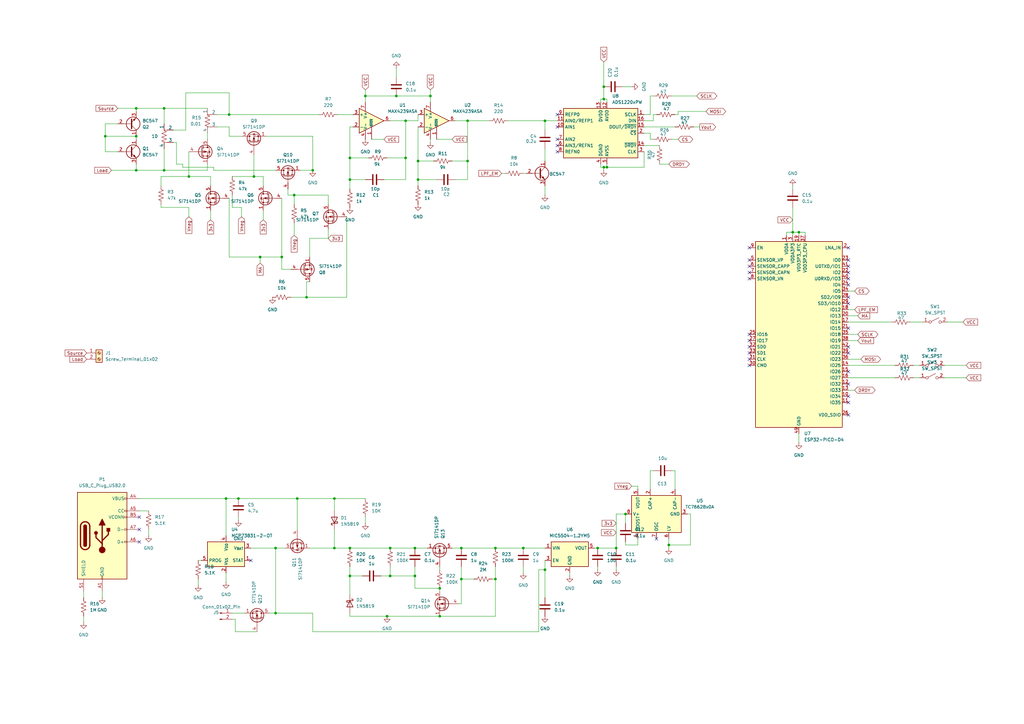
<source format=kicad_sch>
(kicad_sch (version 20250114) (generator "eeschema") (generator_version "9.0")
  (paper "A3")
  (lib_symbols
    (symbol "Amplifier_Operational:MAX4239ASA" (pin_names (offset 0.127))
      (property "Reference" "U" (at 0 6.35 0))
      (property "Value" "MAX4239ASA" (at 0 3.81 0))
      (symbol "MAX4239ASA_1_1"
        (pin input line (at -7.62 2.54 0) (length 2.54) (name "+") (number "3"))
        (pin input line (at -7.62 -2.54 0) (length 2.54) (name "-") (number "2"))
        (pin power_in line (at -2.54 7.62 270) (length 3.81) (name "V+") (number "7"))
        (pin power_in line (at -2.54 -7.62 90) (length 3.81) (name "V-") (number "4"))
        (pin no_connect line (at 0 2.54 270) (length 2.54) (hide yes) (name "NC") (number "8"))
        (pin no_connect line (at 0 -2.54 90) (length 2.54) (hide yes) (name "NC") (number "5"))
        (pin input line (at 0 -7.62 90) (length 5.08) (name "~{SHDN}") (number "1"))
        (pin output line (at 7.62 0 180) (length 2.54) (name "~") (number "6"))
      )
    )
    (symbol "Analog_ADC:ADS1220xPW"
      (property "Reference" "U" (at -15.24 11.43 0))
      (property "Value" "ADS1220xPW" (at 6.35 11.43 0))
      (symbol "ADS1220xPW_1_1"
        (pin input line (at -17.78 7.62 0) (length 2.54) (name "REFP0") (number "9"))
        (pin input line (at -17.78 5.08 0) (length 2.54) (name "AIN0/REFP1") (number "11"))
        (pin input line (at -17.78 2.54 0) (length 2.54) (name "AIN1") (number "10"))
        (pin input line (at -17.78 -2.54 0) (length 2.54) (name "AIN2") (number "7"))
        (pin input line (at -17.78 -5.08 0) (length 2.54) (name "AIN3/REFN1") (number "6"))
        (pin input line (at -17.78 -7.62 0) (length 2.54) (name "REFN0") (number "8"))
        (pin power_in line (at 0 12.7 270) (length 2.54) (name "DVDD") (number "13"))
        (pin power_in line (at 0 -12.7 90) (length 2.54) (name "DGND") (number "4"))
        (pin power_in line (at 2.54 12.7 270) (length 2.54) (name "AVDD") (number "12"))
        (pin power_in line (at 2.54 -12.7 90) (length 2.54) (name "AVSS") (number "5"))
        (pin input line (at 17.78 7.62 180) (length 2.54) (name "SCLK") (number "1"))
        (pin input line (at 17.78 5.08 180) (length 2.54) (name "DIN") (number "16"))
        (pin output line (at 17.78 2.54 180) (length 2.54) (name "DOUT/~{DRDY}") (number "15"))
        (pin input line (at 17.78 0 180) (length 2.54) (name "~{CS}") (number "2"))
        (pin output line (at 17.78 -5.08 180) (length 2.54) (name "~{DRDY}") (number "14"))
        (pin input line (at 17.78 -7.62 180) (length 2.54) (name "CLK") (number "3"))
      )
    )
    (symbol "Battery_Management:MCP73831-2-OT"
      (property "Reference" "U" (at -7.62 6.35 0))
      (property "Value" "MCP73831-2-OT" (at 1.27 6.35 0))
      (symbol "MCP73831-2-OT_1_1"
        (pin input line (at -10.16 -2.54 0) (length 2.54) (name "PROG") (number "5"))
        (pin power_in line (at 0 7.62 270) (length 2.54) (name "V_{DD}") (number "4"))
        (pin power_in line (at 0 -7.62 90) (length 2.54) (name "V_{SS}") (number "2"))
        (pin power_out line (at 10.16 2.54 180) (length 2.54) (name "V_{BAT}") (number "3"))
        (pin tri_state line (at 10.16 -2.54 180) (length 2.54) (name "STAT") (number "1"))
      )
    )
    (symbol "Connector:Conn_01x02_Pin" (pin_names (offset 1.016) (hide yes))
      (property "Reference" "J" (at 0 2.54 0))
      (property "Value" "Conn_01x02_Pin" (at 0 -5.08 0))
      (symbol "Conn_01x02_Pin_1_1"
        (pin passive line (at 5.08 0 180) (length 3.81) (name "Pin_1") (number "1"))
        (pin passive line (at 5.08 -2.54 180) (length 3.81) (name "Pin_2") (number "2"))
      )
    )
    (symbol "Connector:Screw_Terminal_01x02" (pin_names (offset 1.016) (hide yes))
      (property "Reference" "J" (at 0 2.54 0))
      (property "Value" "Screw_Terminal_01x02" (at 0 -5.08 0))
      (symbol "Screw_Terminal_01x02_1_1"
        (pin passive line (at -5.08 0 0) (length 3.81) (name "Pin_1") (number "1"))
        (pin passive line (at -5.08 -2.54 0) (length 3.81) (name "Pin_2") (number "2"))
      )
    )
    (symbol "Connector:USB_C_Plug_USB2.0" (pin_names (offset 1.016))
      (property "Reference" "P" (at -10.16 19.05 0))
      (property "Value" "USB_C_Plug_USB2.0" (at 12.7 19.05 0))
      (symbol "USB_C_Plug_USB2.0_1_1"
        (pin passive line (at -7.62 -22.86 90) (length 5.08) (name "SHIELD") (number "S1"))
        (pin passive line (at 0 -22.86 90) (length 5.08) (name "GND") (number "A1"))
        (pin passive line (at 0 -22.86 90) (length 5.08) (hide yes) (name "GND") (number "A12"))
        (pin passive line (at 0 -22.86 90) (length 5.08) (hide yes) (name "GND") (number "B1"))
        (pin passive line (at 0 -22.86 90) (length 5.08) (hide yes) (name "GND") (number "B12"))
        (pin passive line (at 15.24 15.24 180) (length 5.08) (name "VBUS") (number "A4"))
        (pin passive line (at 15.24 15.24 180) (length 5.08) (hide yes) (name "VBUS") (number "A9"))
        (pin passive line (at 15.24 15.24 180) (length 5.08) (hide yes) (name "VBUS") (number "B4"))
        (pin passive line (at 15.24 15.24 180) (length 5.08) (hide yes) (name "VBUS") (number "B9"))
        (pin bidirectional line (at 15.24 10.16 180) (length 5.08) (name "CC") (number "A5"))
        (pin bidirectional line (at 15.24 7.62 180) (length 5.08) (name "VCONN") (number "B5"))
        (pin bidirectional line (at 15.24 2.54 180) (length 5.08) (name "D-") (number "A7"))
        (pin bidirectional line (at 15.24 -2.54 180) (length 5.08) (name "D+") (number "A6"))
      )
    )
    (symbol "Converter_DCDC:TC7662Bx0A"
      (property "Reference" "U" (at -6.35 11.43 0))
      (property "Value" "TC7662Bx0A" (at 7.62 11.43 0))
      (symbol "TC7662Bx0A_1_1"
        (pin input line (at -10.16 7.62 0) (length 2.54) (name "BOOST") (number "1"))
        (pin passive line (at -10.16 0 0) (length 2.54) (name "OSC") (number "7"))
        (pin input line (at -10.16 -5.08 0) (length 2.54) (name "LV") (number "6"))
        (pin power_in line (at 0 12.7 270) (length 2.54) (name "V+") (number "8"))
        (pin power_in line (at 0 -12.7 90) (length 2.54) (name "GND") (number "3"))
        (pin power_out line (at 10.16 7.62 180) (length 2.54) (name "VOUT") (number "5"))
        (pin passive line (at 10.16 2.54 180) (length 2.54) (name "CAP+") (number "2"))
        (pin passive line (at 10.16 -7.62 180) (length 2.54) (name "CAP-") (number "4"))
      )
    )
    (symbol "Device:C" (pin_numbers (hide yes)) (pin_names (offset 0.254))
      (property "Reference" "C" (at 0.635 2.54 0))
      (property "Value" "C" (at 0.635 -2.54 0))
      (symbol "C_1_1"
        (pin passive line (at 0 3.81 270) (length 2.794) (name "~") (number "1"))
        (pin passive line (at 0 -3.81 90) (length 2.794) (name "~") (number "2"))
      )
    )
    (symbol "Device:R_Shunt_US" (pin_numbers (hide yes)) (pin_names (offset 0))
      (property "Reference" "R" (at -5.08 0 90))
      (property "Value" "R_Shunt_US" (at -3.048 0 90))
      (symbol "R_Shunt_US_1_1"
        (pin passive line (at 0 5.08 270) (length 2.54) (name "1") (number "1"))
        (pin passive line (at 0 -5.08 90) (length 2.54) (name "4") (number "4"))
        (pin passive line (at 3.81 2.54 180) (length 2.54) (name "2") (number "2"))
        (pin passive line (at 3.81 -2.54 180) (length 2.54) (name "3") (number "3"))
      )
    )
    (symbol "Device:R_US" (pin_numbers (hide yes)) (pin_names (offset 0))
      (property "Reference" "R" (at 2.54 0 90))
      (property "Value" "R_US" (at -2.54 0 90))
      (symbol "R_US_1_1"
        (pin passive line (at 0 3.81 270) (length 1.27) (name "~") (number "1"))
        (pin passive line (at 0 -3.81 90) (length 1.27) (name "~") (number "2"))
      )
    )
    (symbol "Diode:1N5819" (pin_numbers (hide yes)) (pin_names (offset 1.016) (hide yes))
      (property "Reference" "D" (at 0 2.54 0))
      (property "Value" "1N5819" (at 0 -2.54 0))
      (symbol "1N5819_1_1"
        (pin passive line (at -3.81 0 0) (length 2.54) (name "K") (number "1"))
        (pin passive line (at 3.81 0 180) (length 2.54) (name "A") (number "2"))
      )
    )
    (symbol "MCU_Espressif:ESP32-PICO-D4"
      (property "Reference" "U" (at -17.78 39.37 0))
      (property "Value" "ESP32-PICO-D4" (at 3.81 39.37 0))
      (symbol "ESP32-PICO-D4_0_0"
        (pin input line (at -20.32 35.56 0) (length 2.54) (name "EN") (number "9"))
        (pin input line (at -20.32 30.48 0) (length 2.54) (name "SENSOR_VP") (number "5"))
        (pin input line (at -20.32 27.94 0) (length 2.54) (name "SENSOR_CAPP") (number "6"))
        (pin input line (at -20.32 25.4 0) (length 2.54) (name "SENSOR_CAPN") (number "7"))
        (pin input line (at -20.32 22.86 0) (length 2.54) (name "SENSOR_VN") (number "8"))
        (pin bidirectional line (at -20.32 0 0) (length 2.54) (name "IO16") (number "25"))
        (pin bidirectional line (at -20.32 -2.54 0) (length 2.54) (name "IO17") (number "27"))
        (pin bidirectional line (at -20.32 -5.08 0) (length 2.54) (name "SD0") (number "32"))
        (pin bidirectional line (at -20.32 -7.62 0) (length 2.54) (name "SD1") (number "33"))
        (pin bidirectional line (at -20.32 -10.16 0) (length 2.54) (name "CLK") (number "31"))
        (pin bidirectional line (at -20.32 -12.7 0) (length 2.54) (name "CMD") (number "30"))
        (pin no_connect line (at -17.78 -25.4 0) (length 2.54) (hide yes) (name "XTAL_N_NC") (number "44"))
        (pin no_connect line (at -17.78 -27.94 0) (length 2.54) (hide yes) (name "XTAL_P_NC") (number "45"))
        (pin no_connect line (at -17.78 -30.48 0) (length 2.54) (hide yes) (name "CAP2_NC") (number "47"))
        (pin no_connect line (at -17.78 -33.02 0) (length 2.54) (hide yes) (name "CAP1_NC") (number "48"))
        (pin power_in line (at -5.08 40.64 270) (length 2.54) (name "VDDA") (number "1"))
        (pin passive line (at -5.08 40.64 270) (length 2.54) (hide yes) (name "VDDA") (number "43"))
        (pin passive line (at -5.08 40.64 270) (length 2.54) (hide yes) (name "VDDA") (number "46"))
        (pin power_in line (at -2.54 40.64 270) (length 2.54) (name "VDDA3P3") (number "3"))
        (pin passive line (at -2.54 40.64 270) (length 2.54) (hide yes) (name "VDDA3P3") (number "4"))
        (pin power_in line (at 0 40.64 270) (length 2.54) (name "VDD3P3_RTC") (number "19"))
        (pin power_in line (at 0 -40.64 90) (length 2.54) (name "GND") (number "49"))
        (pin power_in line (at 2.54 40.64 270) (length 2.54) (name "VDD3P3_CPU") (number "37"))
        (pin bidirectional line (at 20.32 35.56 180) (length 2.54) (name "LNA_IN") (number "2"))
        (pin bidirectional line (at 20.32 30.48 180) (length 2.54) (name "IO0") (number "23"))
        (pin bidirectional line (at 20.32 27.94 180) (length 2.54) (name "U0TXD/IO1") (number "41"))
        (pin bidirectional line (at 20.32 25.4 180) (length 2.54) (name "IO2") (number "22"))
        (pin bidirectional line (at 20.32 22.86 180) (length 2.54) (name "U0RXD/IO3") (number "40"))
        (pin bidirectional line (at 20.32 20.32 180) (length 2.54) (name "IO4") (number "24"))
        (pin bidirectional line (at 20.32 17.78 180) (length 2.54) (name "IO5") (number "34"))
        (pin bidirectional line (at 20.32 15.24 180) (length 2.54) (name "SD2/IO9") (number "28"))
        (pin bidirectional line (at 20.32 12.7 180) (length 2.54) (name "SD3/IO10") (number "29"))
        (pin bidirectional line (at 20.32 10.16 180) (length 2.54) (name "IO12") (number "18"))
        (pin bidirectional line (at 20.32 7.62 180) (length 2.54) (name "IO13") (number "20"))
        (pin bidirectional line (at 20.32 5.08 180) (length 2.54) (name "IO14") (number "17"))
        (pin bidirectional line (at 20.32 2.54 180) (length 2.54) (name "IO15") (number "21"))
        (pin bidirectional line (at 20.32 0 180) (length 2.54) (name "IO18") (number "35"))
        (pin bidirectional line (at 20.32 -2.54 180) (length 2.54) (name "IO19") (number "38"))
        (pin bidirectional line (at 20.32 -5.08 180) (length 2.54) (name "IO21") (number "42"))
        (pin bidirectional line (at 20.32 -7.62 180) (length 2.54) (name "IO22") (number "39"))
        (pin bidirectional line (at 20.32 -10.16 180) (length 2.54) (name "IO23") (number "36"))
        (pin bidirectional line (at 20.32 -12.7 180) (length 2.54) (name "IO25") (number "14"))
        (pin bidirectional line (at 20.32 -15.24 180) (length 2.54) (name "IO26") (number "15"))
        (pin bidirectional line (at 20.32 -17.78 180) (length 2.54) (name "IO27") (number "16"))
        (pin bidirectional line (at 20.32 -20.32 180) (length 2.54) (name "IO32") (number "12"))
        (pin bidirectional line (at 20.32 -22.86 180) (length 2.54) (name "IO33") (number "13"))
        (pin input line (at 20.32 -25.4 180) (length 2.54) (name "IO34") (number "10"))
        (pin input line (at 20.32 -27.94 180) (length 2.54) (name "IO35") (number "11"))
        (pin power_out line (at 20.32 -33.02 180) (length 2.54) (name "VDD_SDIO") (number "26"))
      )
    )
    (symbol "Regulator_Linear:MIC5504-1.2YM5"
      (property "Reference" "U" (at -7.62 8.89 0))
      (property "Value" "MIC5504-1.2YM5" (at -7.62 6.35 0))
      (symbol "MIC5504-1.2YM5_1_1"
        (pin power_in line (at -10.16 2.54 0) (length 2.54) (name "VIN") (number "1"))
        (pin input line (at -10.16 -2.54 0) (length 2.54) (name "EN") (number "3"))
        (pin power_in line (at 0 -7.62 90) (length 2.54) (name "GND") (number "2"))
        (pin no_connect line (at 7.62 -2.54 180) (length 2.54) (hide yes) (name "NC") (number "4"))
        (pin power_out line (at 10.16 2.54 180) (length 2.54) (name "VOUT") (number "5"))
      )
    )
    (symbol "Switch:SW_SPST" (pin_names (offset 0) (hide yes))
      (property "Reference" "SW" (at 0 3.175 0))
      (property "Value" "SW_SPST" (at 0 -2.54 0))
      (symbol "SW_SPST_1_1"
        (pin passive line (at -5.08 0 0) (length 2.54) (name "A") (number "1"))
        (pin passive line (at 5.08 0 180) (length 2.54) (name "B") (number "2"))
      )
    )
    (symbol "Transistor_BJT:BC547" (pin_names (offset 0) (hide yes))
      (property "Reference" "Q" (at 5.08 1.905 0))
      (property "Value" "BC547" (at 5.08 0 0))
      (symbol "BC547_1_1"
        (pin input line (at -5.08 0 0) (length 2.54) (name "B") (number "2"))
        (pin passive line (at 2.54 5.08 270) (length 2.54) (name "C") (number "1"))
        (pin passive line (at 2.54 -5.08 90) (length 2.54) (name "E") (number "3"))
      )
    )
    (symbol "Transistor_FET:Si7141DP" (pin_names (hide yes))
      (property "Reference" "Q" (at 5.08 1.905 0))
      (property "Value" "Si7141DP" (at 5.08 0 0))
      (symbol "Si7141DP_1_1"
        (pin input line (at -5.08 0 0) (length 2.54) (name "G") (number "4"))
        (pin passive line (at 2.54 5.08 270) (length 2.54) (name "D") (number "5"))
        (pin passive line (at 2.54 -5.08 90) (length 2.54) (name "S") (number "1"))
        (pin passive line (at 2.54 -5.08 90) (length 2.54) (hide yes) (name "S") (number "2"))
        (pin passive line (at 2.54 -5.08 90) (length 2.54) (hide yes) (name "S") (number "3"))
      )
    )
    (symbol "power:GND" (power) (pin_numbers (hide yes)) (pin_names (offset 0) (hide yes))
      (property "Value" "GND" (at 0 -3.81 0))
      (symbol "GND_1_1"
        (pin power_in line (at 0 0 270) (length 0) (name "~") (number "1"))
      )
    )
  )
  (junction (at 115.57 105.41))
  (junction (at 92.71 204.47))
  (junction (at 160.02 236.22))
  (junction (at 55.88 44.45))
  (junction (at 162.56 39.37))
  (junction (at 158.75 252.73))
  (junction (at 247.65 40.64))
  (junction (at 160.02 224.79))
  (junction (at 55.88 69.85))
  (junction (at 113.03 251.46))
  (junction (at 223.52 49.53))
  (junction (at 214.63 224.79))
  (junction (at 325.12 95.25))
  (junction (at 247.65 68.58))
  (junction (at 170.18 236.22))
  (junction (at 121.92 204.47))
  (junction (at 247.65 35.56))
  (junction (at 104.14 72.39))
  (junction (at 120.65 80.01))
  (junction (at 113.03 224.79))
  (junction (at 223.52 233.68))
  (junction (at 252.73 224.79))
  (junction (at 143.51 73.66))
  (junction (at 149.86 39.37))
  (junction (at 67.31 44.45))
  (junction (at 77.47 72.39))
  (junction (at 171.45 66.04))
  (junction (at 191.77 66.04))
  (junction (at 143.51 236.22))
  (junction (at 170.18 224.79))
  (junction (at 203.2 224.79))
  (junction (at 180.34 252.73))
  (junction (at 189.23 237.49))
  (junction (at 248.92 68.58))
  (junction (at 189.23 224.79))
  (junction (at 97.79 204.47))
  (junction (at 143.51 224.79))
  (junction (at 274.32 223.52))
  (junction (at 137.16 204.47))
  (junction (at 106.68 105.41))
  (junction (at 93.98 46.99))
  (junction (at 191.77 49.53))
  (junction (at 128.27 69.85))
  (junction (at 171.45 73.66))
  (junction (at 67.31 69.85))
  (junction (at 180.34 241.3))
  (junction (at 166.37 49.53))
  (junction (at 256.54 210.82))
  (junction (at 327.66 95.25))
  (junction (at 166.37 64.77))
  (junction (at 137.16 224.79))
  (junction (at 125.73 121.92))
  (junction (at 55.88 55.88))
  (junction (at 143.51 64.77))
  (junction (at 245.11 224.79))
  (junction (at 176.53 39.37))
  (junction (at 43.18 55.88))
  (junction (at 203.2 237.49))
  (no_connect (at 228.6 46.99))
  (no_connect (at 307.34 106.68))
  (no_connect (at 57.15 222.25))
  (no_connect (at 269.24 220.98))
  (no_connect (at 307.34 137.16))
  (no_connect (at 307.34 114.3))
  (no_connect (at 228.6 52.07))
  (no_connect (at 347.98 121.92))
  (no_connect (at 347.98 134.62))
  (no_connect (at 307.34 142.24))
  (no_connect (at 347.98 106.68))
  (no_connect (at 347.98 114.3))
  (no_connect (at 307.34 149.86))
  (no_connect (at 307.34 109.22))
  (no_connect (at 347.98 142.24))
  (no_connect (at 347.98 152.4))
  (no_connect (at 307.34 101.6))
  (no_connect (at 347.98 170.18))
  (no_connect (at 228.6 62.23))
  (no_connect (at 347.98 124.46))
  (no_connect (at 57.15 217.17))
  (no_connect (at 347.98 101.6))
  (no_connect (at 102.87 229.87))
  (no_connect (at 347.98 162.56))
  (no_connect (at 57.15 212.09))
  (no_connect (at 228.6 57.15))
  (no_connect (at 347.98 109.22))
  (no_connect (at 307.34 111.76))
  (no_connect (at 347.98 165.1))
  (no_connect (at 347.98 116.84))
  (no_connect (at 307.34 144.78))
  (no_connect (at 307.34 139.7))
  (no_connect (at 347.98 111.76))
  (no_connect (at 347.98 157.48))
  (no_connect (at 307.34 147.32))
  (no_connect (at 347.98 144.78))
  (no_connect (at 228.6 59.69))
  (wire (pts (xy 267.97 46.99) (xy 267.97 49.53)))
  (wire (pts (xy 74.93 67.31) (xy 74.93 68.58)))
  (wire (pts (xy 76.2 53.34) (xy 76.2 38.1)))
  (wire (pts (xy 93.98 38.1) (xy 93.98 46.99)))
  (wire (pts (xy 325.12 85.09) (xy 325.12 95.25)))
  (wire (pts (xy 223.52 49.53) (xy 228.6 49.53)))
  (wire (pts (xy 247.65 40.64) (xy 248.92 40.64)))
  (wire (pts (xy 95.25 72.39) (xy 104.14 72.39)))
  (wire (pts (xy 373.38 132.08) (xy 378.46 132.08)))
  (wire (pts (xy 143.51 252.73) (xy 158.75 252.73)))
  (wire (pts (xy 325.12 95.25) (xy 327.66 95.25)))
  (wire (pts (xy 134.62 83.82) (xy 134.62 80.01)))
  (wire (pts (xy 55.88 44.45) (xy 67.31 44.45)))
  (wire (pts (xy 264.16 62.23) (xy 264.16 68.58)))
  (wire (pts (xy 176.53 39.37) (xy 176.53 41.91)))
  (wire (pts (xy 325.12 76.2) (xy 325.12 77.47)))
  (wire (pts (xy 330.2 95.25) (xy 330.2 96.52)))
  (wire (pts (xy 267.97 193.04) (xy 266.7 193.04)))
  (wire (pts (xy 72.39 58.42) (xy 72.39 67.31)))
  (wire (pts (xy 266.7 193.04) (xy 266.7 200.66)))
  (wire (pts (xy 327.66 95.25) (xy 327.66 96.52)))
  (wire (pts (xy 55.88 44.45) (xy 55.88 45.72)))
  (wire (pts (xy 92.71 204.47) (xy 97.79 204.47)))
  (wire (pts (xy 387.35 149.86) (xy 396.24 149.86)))
  (wire (pts (xy 278.13 46.99) (xy 276.86 46.99)))
  (wire (pts (xy 119.38 121.92) (xy 125.73 121.92)))
  (wire (pts (xy 67.31 44.45) (xy 67.31 50.8)))
  (wire (pts (xy 152.4 57.15) (xy 157.48 57.15)))
  (wire (pts (xy 113.03 251.46) (xy 128.27 251.46)))
  (wire (pts (xy 220.98 233.68) (xy 223.52 233.68)))
  (wire (pts (xy 57.15 204.47) (xy 92.71 204.47)))
  (wire (pts (xy 256.54 210.82) (xy 256.54 214.63)))
  (wire (pts (xy 121.92 204.47) (xy 121.92 217.17)))
  (wire (pts (xy 264.16 52.07) (xy 276.86 52.07)))
  (wire (pts (xy 170.18 236.22) (xy 170.18 241.3)))
  (wire (pts (xy 176.53 36.83) (xy 176.53 39.37)))
  (wire (pts (xy 125.73 115.57) (xy 127 115.57)))
  (wire (pts (xy 266.7 54.61) (xy 264.16 54.61)))
  (wire (pts (xy 266.7 46.99) (xy 264.16 46.99)))
  (wire (pts (xy 127 224.79) (xy 137.16 224.79)))
  (wire (pts (xy 99.06 85.09) (xy 99.06 88.9)))
  (wire (pts (xy 41.91 242.57) (xy 41.91 245.11)))
  (wire (pts (xy 214.63 71.12) (xy 215.9 71.12)))
  (wire (pts (xy 143.51 73.66) (xy 149.86 73.66)))
  (wire (pts (xy 107.95 76.2) (xy 107.95 72.39)))
  (wire (pts (xy 252.73 232.41) (xy 252.73 233.68)))
  (wire (pts (xy 57.15 209.55) (xy 60.96 209.55)))
  (wire (pts (xy 143.51 252.73) (xy 143.51 251.46)))
  (wire (pts (xy 143.51 64.77) (xy 151.13 64.77)))
  (wire (pts (xy 143.51 236.22) (xy 148.59 236.22)))
  (wire (pts (xy 171.45 52.07) (xy 171.45 66.04)))
  (wire (pts (xy 171.45 66.04) (xy 177.8 66.04)))
  (wire (pts (xy 87.63 68.58) (xy 87.63 69.85)))
  (wire (pts (xy 170.18 236.22) (xy 160.02 236.22)))
  (wire (pts (xy 138.43 46.99) (xy 144.78 46.99)))
  (wire (pts (xy 171.45 49.53) (xy 171.45 46.99)))
  (wire (pts (xy 55.88 55.88) (xy 55.88 57.15)))
  (wire (pts (xy 347.98 154.94) (xy 367.03 154.94)))
  (wire (pts (xy 48.26 50.8) (xy 43.18 50.8)))
  (wire (pts (xy 214.63 224.79) (xy 223.52 224.79)))
  (wire (pts (xy 74.93 68.58) (xy 87.63 68.58)))
  (wire (pts (xy 203.2 232.41) (xy 203.2 237.49)))
  (wire (pts (xy 96.52 259.08) (xy 105.41 259.08)))
  (wire (pts (xy 223.52 49.53) (xy 223.52 53.34)))
  (wire (pts (xy 166.37 49.53) (xy 171.45 49.53)))
  (wire (pts (xy 255.27 35.56) (xy 259.08 35.56)))
  (wire (pts (xy 261.62 223.52) (xy 261.62 220.98)))
  (wire (pts (xy 97.79 212.09) (xy 97.79 213.36)))
  (wire (pts (xy 205.74 71.12) (xy 207.01 71.12)))
  (wire (pts (xy 189.23 237.49) (xy 189.23 247.65)))
  (wire (pts (xy 115.57 105.41) (xy 115.57 110.49)))
  (wire (pts (xy 274.32 223.52) (xy 274.32 224.79)))
  (wire (pts (xy 274.32 223.52) (xy 283.21 223.52)))
  (wire (pts (xy 259.08 199.39) (xy 261.62 199.39)))
  (wire (pts (xy 170.18 241.3) (xy 180.34 241.3)))
  (wire (pts (xy 185.42 224.79) (xy 189.23 224.79)))
  (wire (pts (xy 81.28 237.49) (xy 81.28 240.03)))
  (wire (pts (xy 95.25 80.01) (xy 95.25 85.09)))
  (wire (pts (xy 106.68 105.41) (xy 106.68 107.95)))
  (wire (pts (xy 283.21 210.82) (xy 281.94 210.82)))
  (wire (pts (xy 233.68 234.95) (xy 233.68 236.22)))
  (wire (pts (xy 246.38 67.31) (xy 246.38 68.58)))
  (wire (pts (xy 347.98 160.02) (xy 350.52 160.02)))
  (wire (pts (xy 110.49 251.46) (xy 113.03 251.46)))
  (wire (pts (xy 186.69 73.66) (xy 191.77 73.66)))
  (wire (pts (xy 247.65 35.56) (xy 247.65 40.64)))
  (wire (pts (xy 176.53 57.15) (xy 176.53 58.42)))
  (wire (pts (xy 66.04 72.39) (xy 66.04 76.2)))
  (wire (pts (xy 66.04 72.39) (xy 77.47 72.39)))
  (wire (pts (xy 125.73 121.92) (xy 142.24 121.92)))
  (wire (pts (xy 115.57 110.49) (xy 119.38 110.49)))
  (wire (pts (xy 191.77 49.53) (xy 191.77 66.04)))
  (wire (pts (xy 179.07 57.15) (xy 185.42 57.15)))
  (wire (pts (xy 149.86 39.37) (xy 149.86 36.83)))
  (wire (pts (xy 143.51 64.77) (xy 143.51 73.66)))
  (wire (pts (xy 189.23 224.79) (xy 203.2 224.79)))
  (wire (pts (xy 267.97 46.99) (xy 269.24 46.99)))
  (wire (pts (xy 245.11 232.41) (xy 245.11 233.68)))
  (wire (pts (xy 67.31 60.96) (xy 67.31 69.85)))
  (wire (pts (xy 283.21 210.82) (xy 283.21 223.52)))
  (wire (pts (xy 270.51 67.31) (xy 274.32 67.31)))
  (wire (pts (xy 166.37 49.53) (xy 166.37 64.77)))
  (wire (pts (xy 86.36 76.2) (xy 86.36 72.39)))
  (wire (pts (xy 143.51 52.07) (xy 143.51 64.77)))
  (wire (pts (xy 223.52 233.68) (xy 223.52 245.11)))
  (wire (pts (xy 97.79 204.47) (xy 121.92 204.47)))
  (wire (pts (xy 72.39 67.31) (xy 74.93 67.31)))
  (wire (pts (xy 85.09 67.31) (xy 85.09 69.85)))
  (wire (pts (xy 191.77 66.04) (xy 191.77 73.66)))
  (wire (pts (xy 43.18 55.88) (xy 55.88 55.88)))
  (wire (pts (xy 374.65 154.94) (xy 377.19 154.94)))
  (wire (pts (xy 248.92 40.64) (xy 248.92 41.91)))
  (wire (pts (xy 171.45 73.66) (xy 171.45 76.2)))
  (wire (pts (xy 66.04 85.09) (xy 77.47 85.09)))
  (wire (pts (xy 93.98 46.99) (xy 130.81 46.99)))
  (wire (pts (xy 325.12 95.25) (xy 325.12 96.52)))
  (wire (pts (xy 191.77 49.53) (xy 200.66 49.53)))
  (wire (pts (xy 266.7 57.15) (xy 266.7 54.61)))
  (wire (pts (xy 171.45 73.66) (xy 179.07 73.66)))
  (wire (pts (xy 275.59 193.04) (xy 276.86 193.04)))
  (wire (pts (xy 99.06 55.88) (xy 93.98 55.88)))
  (wire (pts (xy 203.2 224.79) (xy 214.63 224.79)))
  (wire (pts (xy 203.2 237.49) (xy 203.2 252.73)))
  (wire (pts (xy 43.18 55.88) (xy 43.18 62.23)))
  (wire (pts (xy 67.31 69.85) (xy 85.09 69.85)))
  (wire (pts (xy 289.56 45.72) (xy 278.13 45.72)))
  (wire (pts (xy 223.52 76.2) (xy 223.52 80.01)))
  (wire (pts (xy 71.12 58.42) (xy 72.39 58.42)))
  (wire (pts (xy 55.88 69.85) (xy 67.31 69.85)))
  (wire (pts (xy 256.54 222.25) (xy 256.54 223.52)))
  (wire (pts (xy 327.66 95.25) (xy 330.2 95.25)))
  (wire (pts (xy 76.2 38.1) (xy 93.98 38.1)))
  (wire (pts (xy 142.24 121.92) (xy 142.24 88.9)))
  (wire (pts (xy 137.16 204.47) (xy 149.86 204.47)))
  (wire (pts (xy 388.62 132.08) (xy 394.97 132.08)))
  (wire (pts (xy 374.65 149.86) (xy 377.19 149.86)))
  (wire (pts (xy 96.52 254) (xy 96.52 259.08)))
  (wire (pts (xy 128.27 251.46) (xy 128.27 259.08)))
  (wire (pts (xy 261.62 200.66) (xy 261.62 199.39)))
  (wire (pts (xy 81.28 229.87) (xy 82.55 229.87)))
  (wire (pts (xy 104.14 63.5) (xy 104.14 72.39)))
  (wire (pts (xy 48.26 44.45) (xy 55.88 44.45)))
  (wire (pts (xy 322.58 95.25) (xy 322.58 96.52)))
  (wire (pts (xy 93.98 81.28) (xy 93.98 105.41)))
  (wire (pts (xy 247.65 25.4) (xy 247.65 35.56)))
  (wire (pts (xy 66.04 83.82) (xy 66.04 85.09)))
  (wire (pts (xy 158.75 64.77) (xy 166.37 64.77)))
  (wire (pts (xy 223.52 60.96) (xy 223.52 66.04)))
  (wire (pts (xy 149.86 212.09) (xy 149.86 214.63)))
  (wire (pts (xy 92.71 234.95) (xy 92.71 238.76)))
  (wire (pts (xy 284.48 52.07) (xy 287.02 52.07)))
  (wire (pts (xy 247.65 68.58) (xy 248.92 68.58)))
  (wire (pts (xy 278.13 57.15) (xy 275.59 57.15)))
  (wire (pts (xy 156.21 236.22) (xy 160.02 236.22)))
  (wire (pts (xy 247.65 68.58) (xy 247.65 69.85)))
  (wire (pts (xy 143.51 224.79) (xy 160.02 224.79)))
  (wire (pts (xy 95.25 85.09) (xy 99.06 85.09)))
  (wire (pts (xy 243.84 224.79) (xy 245.11 224.79)))
  (wire (pts (xy 143.51 232.41) (xy 143.51 236.22)))
  (wire (pts (xy 160.02 232.41) (xy 160.02 236.22)))
  (wire (pts (xy 77.47 62.23) (xy 77.47 72.39)))
  (wire (pts (xy 113.03 251.46) (xy 113.03 224.79)))
  (wire (pts (xy 264.16 68.58) (xy 248.92 68.58)))
  (wire (pts (xy 60.96 217.17) (xy 60.96 219.71)))
  (wire (pts (xy 347.98 119.38) (xy 350.52 119.38)))
  (wire (pts (xy 160.02 49.53) (xy 166.37 49.53)))
  (wire (pts (xy 93.98 52.07) (xy 93.98 55.88)))
  (wire (pts (xy 87.63 69.85) (xy 113.03 69.85)))
  (wire (pts (xy 115.57 81.28) (xy 115.57 105.41)))
  (wire (pts (xy 214.63 232.41) (xy 214.63 234.95)))
  (wire (pts (xy 347.98 139.7) (xy 351.79 139.7)))
  (wire (pts (xy 120.65 91.44) (xy 120.65 96.52)))
  (wire (pts (xy 191.77 49.53) (xy 186.69 49.53)))
  (wire (pts (xy 189.23 237.49) (xy 194.31 237.49)))
  (wire (pts (xy 125.73 121.92) (xy 125.73 115.57)))
  (wire (pts (xy 347.98 129.54) (xy 351.79 129.54)))
  (wire (pts (xy 120.65 80.01) (xy 120.65 83.82)))
  (wire (pts (xy 266.7 57.15) (xy 267.97 57.15)))
  (wire (pts (xy 267.97 49.53) (xy 264.16 49.53)))
  (wire (pts (xy 128.27 55.88) (xy 128.27 69.85)))
  (wire (pts (xy 322.58 95.25) (xy 325.12 95.25)))
  (wire (pts (xy 102.87 224.79) (xy 113.03 224.79)))
  (wire (pts (xy 266.7 39.37) (xy 267.97 39.37)))
  (wire (pts (xy 104.14 72.39) (xy 107.95 72.39)))
  (wire (pts (xy 92.71 204.47) (xy 92.71 219.71)))
  (wire (pts (xy 43.18 50.8) (xy 43.18 55.88)))
  (wire (pts (xy 160.02 224.79) (xy 170.18 224.79)))
  (wire (pts (xy 143.51 236.22) (xy 143.51 243.84)))
  (wire (pts (xy 106.68 105.41) (xy 115.57 105.41)))
  (wire (pts (xy 71.12 53.34) (xy 76.2 53.34)))
  (wire (pts (xy 223.52 229.87) (xy 223.52 233.68)))
  (wire (pts (xy 113.03 224.79) (xy 116.84 224.79)))
  (wire (pts (xy 347.98 137.16) (xy 351.79 137.16)))
  (wire (pts (xy 88.9 46.99) (xy 93.98 46.99)))
  (wire (pts (xy 256.54 223.52) (xy 261.62 223.52)))
  (wire (pts (xy 246.38 40.64) (xy 246.38 41.91)))
  (wire (pts (xy 201.93 237.49) (xy 203.2 237.49)))
  (wire (pts (xy 118.11 77.47) (xy 118.11 80.01)))
  (wire (pts (xy 245.11 224.79) (xy 252.73 224.79)))
  (wire (pts (xy 143.51 73.66) (xy 143.51 77.47)))
  (wire (pts (xy 264.16 59.69) (xy 270.51 59.69)))
  (wire (pts (xy 55.88 67.31) (xy 55.88 69.85)))
  (wire (pts (xy 162.56 27.94) (xy 162.56 31.75)))
  (wire (pts (xy 143.51 52.07) (xy 144.78 52.07)))
  (wire (pts (xy 127 105.41) (xy 127 97.79)))
  (wire (pts (xy 134.62 93.98) (xy 134.62 97.79)))
  (wire (pts (xy 274.32 220.98) (xy 274.32 223.52)))
  (wire (pts (xy 347.98 132.08) (xy 365.76 132.08)))
  (wire (pts (xy 45.72 69.85) (xy 55.88 69.85)))
  (wire (pts (xy 166.37 64.77) (xy 166.37 73.66)))
  (wire (pts (xy 185.42 66.04) (xy 191.77 66.04)))
  (wire (pts (xy 170.18 232.41) (xy 170.18 236.22)))
  (wire (pts (xy 189.23 232.41) (xy 189.23 237.49)))
  (wire (pts (xy 95.25 251.46) (xy 100.33 251.46)))
  (wire (pts (xy 180.34 252.73) (xy 203.2 252.73)))
  (wire (pts (xy 120.65 80.01) (xy 134.62 80.01)))
  (wire (pts (xy 266.7 39.37) (xy 266.7 46.99)))
  (wire (pts (xy 137.16 217.17) (xy 137.16 224.79)))
  (wire (pts (xy 187.96 247.65) (xy 189.23 247.65)))
  (wire (pts (xy 278.13 45.72) (xy 278.13 46.99)))
  (wire (pts (xy 128.27 259.08) (xy 220.98 259.08)))
  (wire (pts (xy 170.18 224.79) (xy 175.26 224.79)))
  (wire (pts (xy 137.16 224.79) (xy 143.51 224.79)))
  (wire (pts (xy 157.48 73.66) (xy 166.37 73.66)))
  (wire (pts (xy 128.27 69.85) (xy 123.19 69.85)))
  (wire (pts (xy 180.34 232.41) (xy 180.34 233.68)))
  (wire (pts (xy 43.18 62.23) (xy 48.26 62.23)))
  (wire (pts (xy 256.54 210.82) (xy 252.73 210.82)))
  (wire (pts (xy 347.98 127) (xy 350.52 127)))
  (wire (pts (xy 347.98 147.32) (xy 353.06 147.32)))
  (wire (pts (xy 67.31 44.45) (xy 85.09 44.45)))
  (wire (pts (xy 127 97.79) (xy 134.62 97.79)))
  (wire (pts (xy 95.25 254) (xy 96.52 254)))
  (wire (pts (xy 276.86 193.04) (xy 276.86 200.66)))
  (wire (pts (xy 85.09 54.61) (xy 85.09 57.15)))
  (wire (pts (xy 93.98 105.41) (xy 106.68 105.41)))
  (wire (pts (xy 77.47 85.09) (xy 77.47 88.9)))
  (wire (pts (xy 34.29 252.73) (xy 34.29 255.27)))
  (wire (pts (xy 252.73 210.82) (xy 252.73 224.79)))
  (wire (pts (xy 149.86 41.91) (xy 149.86 39.37)))
  (wire (pts (xy 107.95 86.36) (xy 107.95 90.17)))
  (wire (pts (xy 149.86 39.37) (xy 162.56 39.37)))
  (wire (pts (xy 162.56 39.37) (xy 176.53 39.37)))
  (wire (pts (xy 248.92 67.31) (xy 248.92 68.58)))
  (wire (pts (xy 327.66 177.8) (xy 327.66 181.61)))
  (wire (pts (xy 77.47 72.39) (xy 86.36 72.39)))
  (wire (pts (xy 246.38 68.58) (xy 247.65 68.58)))
  (wire (pts (xy 246.38 40.64) (xy 247.65 40.64)))
  (wire (pts (xy 387.35 154.94) (xy 396.24 154.94)))
  (wire (pts (xy 118.11 80.01) (xy 120.65 80.01)))
  (wire (pts (xy 34.29 242.57) (xy 34.29 245.11)))
  (wire (pts (xy 220.98 259.08) (xy 220.98 233.68)))
  (wire (pts (xy 158.75 252.73) (xy 180.34 252.73)))
  (wire (pts (xy 109.22 55.88) (xy 128.27 55.88)))
  (wire (pts (xy 275.59 39.37) (xy 285.75 39.37)))
  (wire (pts (xy 137.16 209.55) (xy 137.16 204.47)))
  (wire (pts (xy 180.34 241.3) (xy 180.34 242.57)))
  (wire (pts (xy 208.28 49.53) (xy 223.52 49.53)))
  (wire (pts (xy 88.9 52.07) (xy 93.98 52.07)))
  (wire (pts (xy 86.36 86.36) (xy 86.36 90.17)))
  (wire (pts (xy 171.45 66.04) (xy 171.45 73.66)))
  (wire (pts (xy 121.92 204.47) (xy 137.16 204.47)))
  (wire (pts (xy 347.98 149.86) (xy 367.03 149.86)))
  (global_label "Source" (shape input) (at 35.56 144.78 180) (property "Intersheetrefs" "${INTERSHEET_REFS}" (effects (hide yes))))
  (global_label "VCC" (shape input) (at 394.97 132.08 0) (property "Intersheetrefs" "${INTERSHEET_REFS}" (effects (hide yes))))
  (global_label "Source" (shape input) (at 48.26 44.45 180) (property "Intersheetrefs" "${INTERSHEET_REFS}" (effects (hide yes))))
  (global_label "Vneg" (shape input) (at 99.06 88.9 270) (property "Intersheetrefs" "${INTERSHEET_REFS}" (effects (hide yes))))
  (global_label "3v3" (shape input) (at 107.95 90.17 270) (property "Intersheetrefs" "${INTERSHEET_REFS}" (effects (hide yes))))
  (global_label "Vout" (shape input) (at 351.79 139.7 0) (property "Intersheetrefs" "${INTERSHEET_REFS}" (effects (hide yes))))
  (global_label "3v3" (shape input) (at 134.62 97.79 0) (property "Intersheetrefs" "${INTERSHEET_REFS}" (effects (hide yes))))
  (global_label "VCC" (shape input) (at 149.86 36.83 90) (property "Intersheetrefs" "${INTERSHEET_REFS}" (effects (hide yes))))
  (global_label "VCC" (shape input) (at 185.42 57.15 0) (property "Intersheetrefs" "${INTERSHEET_REFS}" (effects (hide yes))))
  (global_label "VCC" (shape input) (at 176.53 36.83 90) (property "Intersheetrefs" "${INTERSHEET_REFS}" (effects (hide yes))))
  (global_label "Vneg" (shape input) (at 77.47 88.9 270) (property "Intersheetrefs" "${INTERSHEET_REFS}" (effects (hide yes))))
  (global_label "Vneg" (shape input) (at 259.08 199.39 180) (property "Intersheetrefs" "${INTERSHEET_REFS}" (effects (hide yes))))
  (global_label "MA" (shape input) (at 351.79 129.54 0) (property "Intersheetrefs" "${INTERSHEET_REFS}" (effects (hide yes))))
  (global_label "MOSI" (shape bidirectional) (at 353.06 147.32 0) (property "Intersheetrefs" "${INTERSHEET_REFS}" (effects (hide yes))))
  (global_label "MOSI" (shape bidirectional) (at 289.56 45.72 0) (property "Intersheetrefs" "${INTERSHEET_REFS}" (effects (hide yes))))
  (global_label "Vneg" (shape input) (at 120.65 96.52 270) (property "Intersheetrefs" "${INTERSHEET_REFS}" (effects (hide yes))))
  (global_label "Vout" (shape output) (at 287.02 52.07 0) (property "Intersheetrefs" "${INTERSHEET_REFS}" (effects (hide yes))))
  (global_label "VCC" (shape input) (at 252.73 218.44 180) (property "Intersheetrefs" "${INTERSHEET_REFS}" (effects (hide yes))))
  (global_label "Load" (shape input) (at 35.56 147.32 180) (property "Intersheetrefs" "${INTERSHEET_REFS}" (effects (hide yes))))
  (global_label "VCC" (shape input) (at 396.24 154.94 0) (property "Intersheetrefs" "${INTERSHEET_REFS}" (effects (hide yes))))
  (global_label "VCC" (shape input) (at 247.65 25.4 90) (property "Intersheetrefs" "${INTERSHEET_REFS}" (effects (hide yes))))
  (global_label "DRDY" (shape bidirectional) (at 350.52 160.02 0) (property "Intersheetrefs" "${INTERSHEET_REFS}" (effects (hide yes))))
  (global_label "LPF_EM" (shape input) (at 350.52 127 0) (property "Intersheetrefs" "${INTERSHEET_REFS}" (effects (hide yes))))
  (global_label "MA" (shape input) (at 106.68 107.95 270) (property "Intersheetrefs" "${INTERSHEET_REFS}" (effects (hide yes))))
  (global_label "SCLK" (shape bidirectional) (at 351.79 137.16 0) (property "Intersheetrefs" "${INTERSHEET_REFS}" (effects (hide yes))))
  (global_label "CS" (shape bidirectional) (at 278.13 57.15 0) (property "Intersheetrefs" "${INTERSHEET_REFS}" (effects (hide yes))))
  (global_label "Load" (shape input) (at 45.72 69.85 180) (property "Intersheetrefs" "${INTERSHEET_REFS}" (effects (hide yes))))
  (global_label "SCLK" (shape bidirectional) (at 285.75 39.37 0) (property "Intersheetrefs" "${INTERSHEET_REFS}" (effects (hide yes))))
  (global_label "DRDY" (shape bidirectional) (at 274.32 67.31 0) (property "Intersheetrefs" "${INTERSHEET_REFS}" (effects (hide yes))))
  (global_label "VCC" (shape input) (at 157.48 57.15 0) (property "Intersheetrefs" "${INTERSHEET_REFS}" (effects (hide yes))))
  (global_label "VCC" (shape input) (at 325.12 90.17 180) (property "Intersheetrefs" "${INTERSHEET_REFS}" (effects (hide yes))))
  (global_label "3v3" (shape input) (at 252.73 214.63 180) (property "Intersheetrefs" "${INTERSHEET_REFS}" (effects (hide yes))))
  (global_label "LPF_EM" (shape input) (at 205.74 71.12 180) (property "Intersheetrefs" "${INTERSHEET_REFS}" (effects (hide yes))))
  (global_label "3v3" (shape input) (at 86.36 90.17 270) (property "Intersheetrefs" "${INTERSHEET_REFS}" (effects (hide yes))))
  (global_label "VCC" (shape input) (at 396.24 149.86 0) (property "Intersheetrefs" "${INTERSHEET_REFS}" (effects (hide yes))))
  (global_label "CS" (shape bidirectional) (at 350.52 119.38 0) (property "Intersheetrefs" "${INTERSHEET_REFS}" (effects (hide yes))))
  (symbol (lib_id "Switch:SW_SPST") (at 382.27 149.86 0) (unit 1)
    (property "Reference" "SW2" (at 382.27 143.51 0))
    (property "Value" "SW_SPST" (at 382.27 146.05 0))
    (property "Footprint" "Button_Switch_THT:SW_DIP_SPSTx01_Slide_6.7x4.1mm_W7.62mm_P2.54mm_LowProfile" (effects (hide yes)))
    (property "Description" "Single Pole Single Throw (SPST) switch" (effects (hide yes)))
  )
  (symbol (lib_id "Transistor_FET:Si7141DP") (at 118.11 72.39 90) (unit 1)
    (property "Reference" "Q10" (at 118.11 63.5 90))
    (property "Value" "Si7141DP" (at 118.11 66.04 90))
    (property "Footprint" "Package_SO:PowerPAK_SO-8_Single" (effects (hide yes)))
    (property "Datasheet" "https://www.vishay.com/docs/65596/si7141dp.pdf" (effects (hide yes)))
    (property "Description" "-60A Id, -20V Vds, 1.9 mOhm Ron, PowerPAK-8" (effects (hide yes)))
  )
  (symbol (lib_id "Device:C") (at 214.63 228.6 0) (unit 1)
    (property "Reference" "C9" (at 218.44 227.3299 0) (effects (justify left)))
    (property "Value" "1u" (at 218.44 229.8699 0) (effects (justify left)))
    (property "Footprint" "Capacitor_SMD:C_0201_0603Metric" (effects (hide yes)))
    (property "Description" "Unpolarized capacitor" (effects (hide yes)))
  )
  (symbol (lib_id "power:GND") (at 111.76 121.92 0) (unit 1)
    (property "Reference" "#PWR09" (effects (hide yes)))
    (property "Value" "GND" (at 111.76 127 0))
    (property "Description" "Power symbol creates a global label with name \"GND\" , ground" (effects (hide yes)))
  )
  (symbol (lib_id "Amplifier_Operational:MAX4239ASA") (at 179.07 49.53 0) (unit 1)
    (property "Reference" "U2" (at 191.77 43.1098 0))
    (property "Value" "MAX4239ASA" (at 191.77 45.6498 0))
    (property "Footprint" "Package_SO:SOIC-8_3.9x4.9mm_P1.27mm" (effects (hide yes)))
    (property "Datasheet" "http://datasheets.maximintegrated.com/en/ds/MAX4238-MAX4239.pdf" (effects (hide yes)))
    (property "Description" "Ultra-Low Offset/Drift, Low-Noise, Precision Amplifiers, SOIC-8" (effects (hide yes)))
  )
  (symbol (lib_id "Device:C") (at 252.73 228.6 0) (unit 1)
    (property "Reference" "C11" (at 256.54 227.3299 0) (effects (justify left)))
    (property "Value" "0.1u" (at 256.54 229.8699 0) (effects (justify left)))
    (property "Footprint" "Capacitor_SMD:C_0201_0603Metric" (effects (hide yes)))
    (property "Description" "Unpolarized capacitor" (effects (hide yes)))
  )
  (symbol (lib_id "Device:R_US") (at 66.04 80.01 0) (unit 1)
    (property "Reference" "R3" (at 68.58 78.7399 0) (effects (justify left)))
    (property "Value" "47k" (at 68.58 81.2799 0) (effects (justify left)))
    (property "Footprint" "Resistor_SMD:R_0201_0603Metric" (effects (hide yes)))
    (property "Description" "Resistor, US symbol" (effects (hide yes)))
  )
  (symbol (lib_id "Device:R_US") (at 271.78 39.37 270) (unit 1)
    (property "Reference" "R29" (at 272.034 35.052 90))
    (property "Value" "47" (at 272.034 37.592 90))
    (property "Footprint" "Resistor_SMD:R_0201_0603Metric" (effects (hide yes)))
    (property "Description" "Resistor, US symbol" (effects (hide yes)))
  )
  (symbol (lib_id "Analog_ADC:ADS1220xPW") (at 246.38 54.61 0) (unit 1)
    (property "Reference" "U8" (at 251.0633 39.37 0) (effects (justify left)))
    (property "Value" "ADS1220xPW" (at 251.0633 41.91 0) (effects (justify left)))
    (property "Footprint" "Package_SO:TSSOP-16_4.4x5mm_P0.65mm" (effects (hide yes)))
    (property "Datasheet" "http://www.ti.com/lit/ds/symlink/ads1220.pdf" (effects (hide yes)))
    (property "Description" "Low-power, quad-input, 24-bit analog to digital converter, integrated temperature sensor, SPI interface, TSSOP-16 package" (effects (hide yes)))
  )
  (symbol (lib_id "Transistor_BJT:BC547") (at 53.34 62.23 0) (unit 1)
    (property "Reference" "Q1" (at 58.42 60.9599 0) (effects (justify left)))
    (property "Value" "BC547" (at 58.42 63.4999 0) (effects (justify left)))
    (property "Footprint" "Package_TO_SOT_THT:TO-92_Inline" (effects (hide yes)))
    (property "Datasheet" "https://www.onsemi.com/pub/Collateral/BC550-D.pdf" (effects (hide yes)))
    (property "Description" "0.1A Ic, 45V Vce, Small Signal NPN Transistor, TO-92" (effects (hide yes)))
  )
  (symbol (lib_id "Device:R_US") (at 120.65 87.63 0) (unit 1)
    (property "Reference" "R5" (at 123.19 86.3599 0) (effects (justify left)))
    (property "Value" "47k" (at 123.19 88.8999 0) (effects (justify left)))
    (property "Footprint" "Resistor_SMD:R_0201_0603Metric" (effects (hide yes)))
    (property "Description" "Resistor, US symbol" (effects (hide yes)))
  )
  (symbol (lib_id "Switch:SW_SPST") (at 382.27 154.94 0) (unit 1)
    (property "Reference" "SW3" (at 382.27 148.59 0))
    (property "Value" "SW_SPST" (at 382.27 151.13 0))
    (property "Footprint" "Button_Switch_THT:SW_DIP_SPSTx01_Slide_6.7x4.1mm_W7.62mm_P2.54mm_LowProfile" (effects (hide yes)))
    (property "Description" "Single Pole Single Throw (SPST) switch" (effects (hide yes)))
  )
  (symbol (lib_id "Transistor_FET:Si7141DP") (at 110.49 81.28 0) (mirror y) (unit 1)
    (property "Reference" "Q6" (at 104.14 80.0099 0) (effects (justify left)))
    (property "Value" "Si7141DP" (at 104.14 82.5499 0) (effects (justify left)))
    (property "Footprint" "Package_SO:PowerPAK_SO-8_Single" (effects (hide yes)))
    (property "Datasheet" "https://www.vishay.com/docs/65596/si7141dp.pdf" (effects (hide yes)))
    (property "Description" "-60A Id, -20V Vds, 1.9 mOhm Ron, PowerPAK-8" (effects (hide yes)))
  )
  (symbol (lib_id "Device:C") (at 223.52 248.92 0) (unit 1)
    (property "Reference" "C19" (at 227.33 247.6499 0) (effects (justify left)))
    (property "Value" "0.1u" (at 227.33 250.1899 0) (effects (justify left)))
    (property "Footprint" "Capacitor_SMD:C_0201_0603Metric" (effects (hide yes)))
    (property "Description" "Unpolarized capacitor" (effects (hide yes)))
  )
  (symbol (lib_id "Device:R_US") (at 134.62 46.99 270) (unit 1)
    (property "Reference" "R7" (at 134.62 40.64 90))
    (property "Value" "220" (at 134.62 43.18 90))
    (property "Footprint" "Resistor_SMD:R_0201_0603Metric" (effects (hide yes)))
    (property "Description" "Resistor, US symbol" (effects (hide yes)))
  )
  (symbol (lib_id "Diode:1N5819") (at 143.51 247.65 270) (unit 1)
    (property "Reference" "D2" (at 146.05 246.0624 90) (effects (justify left)))
    (property "Value" "1N5819" (at 146.05 248.6024 90) (effects (justify left)))
    (property "Footprint" "Diode_THT:D_DO-41_SOD81_P10.16mm_Horizontal" (effects (hide yes)))
    (property "Datasheet" "http://www.vishay.com/docs/88525/1n5817.pdf" (effects (hide yes)))
    (property "Description" "40V 1A Schottky Barrier Rectifier Diode, DO-41" (effects (hide yes)))
  )
  (symbol (lib_id "Device:R_US") (at 143.51 81.28 0) (unit 1)
    (property "Reference" "R12" (at 146.05 80.0099 0) (effects (justify left)))
    (property "Value" "1k" (at 146.05 82.5499 0) (effects (justify left)))
    (property "Footprint" "Resistor_SMD:R_0201_0603Metric" (effects (hide yes)))
    (property "Description" "Resistor, US symbol" (effects (hide yes)))
  )
  (symbol (lib_id "Device:C") (at 189.23 228.6 0) (unit 1)
    (property "Reference" "C8" (at 193.04 227.3299 0) (effects (justify left)))
    (property "Value" "1u" (at 193.04 229.8699 0) (effects (justify left)))
    (property "Footprint" "Capacitor_SMD:C_0201_0603Metric" (effects (hide yes)))
    (property "Description" "Unpolarized capacitor" (effects (hide yes)))
  )
  (symbol (lib_id "Device:C") (at 162.56 35.56 0) (unit 1)
    (property "Reference" "C18" (at 166.37 34.2899 0) (effects (justify left)))
    (property "Value" "0.1u" (at 166.37 36.8299 0) (effects (justify left)))
    (property "Footprint" "Capacitor_SMD:C_0201_0603Metric" (effects (hide yes)))
    (property "Description" "Unpolarized capacitor" (effects (hide yes)))
  )
  (symbol (lib_id "Device:C") (at 170.18 228.6 180) (unit 1)
    (property "Reference" "C7" (at 173.99 227.3299 0) (effects (justify right)))
    (property "Value" "0.1u" (at 173.99 229.8699 0) (effects (justify right)))
    (property "Footprint" "Capacitor_SMD:C_0201_0603Metric" (effects (hide yes)))
    (property "Description" "Unpolarized capacitor" (effects (hide yes)))
  )
  (symbol (lib_id "Amplifier_Operational:MAX4239ASA") (at 152.4 49.53 0) (unit 1)
    (property "Reference" "U1" (at 165.1 43.1098 0))
    (property "Value" "MAX4239ASA" (at 165.1 45.6498 0))
    (property "Footprint" "Package_SO:SOIC-8_3.9x4.9mm_P1.27mm" (effects (hide yes)))
    (property "Datasheet" "http://datasheets.maximintegrated.com/en/ds/MAX4238-MAX4239.pdf" (effects (hide yes)))
    (property "Description" "Ultra-Low Offset/Drift, Low-Noise, Precision Amplifiers, SOIC-8" (effects (hide yes)))
  )
  (symbol (lib_id "Device:R_US") (at 149.86 208.28 0) (unit 1)
    (property "Reference" "R19" (at 152.4 207.0099 0) (effects (justify left)))
    (property "Value" "10K" (at 152.4 209.5499 0) (effects (justify left)))
    (property "Footprint" "Resistor_SMD:R_0201_0603Metric" (effects (hide yes)))
    (property "Description" "Resistor, US symbol" (effects (hide yes)))
  )
  (symbol (lib_id "Transistor_FET:Si7141DP") (at 137.16 88.9 0) (mirror y) (unit 1)
    (property "Reference" "Q7" (at 130.81 87.6299 0) (effects (justify left)))
    (property "Value" "Si7141DP" (at 130.81 90.1699 0) (effects (justify left)))
    (property "Footprint" "Package_SO:PowerPAK_SO-8_Single" (effects (hide yes)))
    (property "Datasheet" "https://www.vishay.com/docs/65596/si7141dp.pdf" (effects (hide yes)))
    (property "Description" "-60A Id, -20V Vds, 1.9 mOhm Ron, PowerPAK-8" (effects (hide yes)))
  )
  (symbol (lib_id "power:GND") (at 81.28 240.03 0) (unit 1)
    (property "Reference" "#PWR020" (effects (hide yes)))
    (property "Value" "GND" (at 81.28 245.11 0))
    (property "Description" "Power symbol creates a global label with name \"GND\" , ground" (effects (hide yes)))
  )
  (symbol (lib_id "Device:C") (at 251.46 35.56 270) (unit 1)
    (property "Reference" "C20" (at 250.1899 31.75 0) (effects (justify right)))
    (property "Value" "0.1u" (at 252.7299 31.75 0) (effects (justify right)))
    (property "Footprint" "Capacitor_SMD:C_0201_0603Metric" (effects (hide yes)))
    (property "Description" "Unpolarized capacitor" (effects (hide yes)))
  )
  (symbol (lib_id "power:GND") (at 41.91 245.11 0) (unit 1)
    (property "Reference" "#PWR030" (effects (hide yes)))
    (property "Value" "GND" (at 41.91 250.19 0))
    (property "Description" "Power symbol creates a global label with name \"GND\" , ground" (effects (hide yes)))
  )
  (symbol (lib_id "Device:R_US") (at 160.02 228.6 0) (unit 1)
    (property "Reference" "R21" (at 162.56 227.3299 0) (effects (justify left)))
    (property "Value" "100K" (at 162.56 229.8699 0) (effects (justify left)))
    (property "Footprint" "Resistor_SMD:R_0201_0603Metric" (effects (hide yes)))
    (property "Description" "Resistor, US symbol" (effects (hide yes)))
  )
  (symbol (lib_id "power:GND") (at 245.11 233.68 0) (unit 1)
    (property "Reference" "#PWR027" (effects (hide yes)))
    (property "Value" "GND" (at 245.11 238.76 0))
    (property "Description" "Power symbol creates a global label with name \"GND\" , ground" (effects (hide yes)))
  )
  (symbol (lib_id "Device:R_US") (at 198.12 237.49 90) (unit 1)
    (property "Reference" "R24" (at 198.12 231.14 90))
    (property "Value" "2M" (at 198.12 233.68 90))
    (property "Footprint" "Resistor_SMD:R_0201_0603Metric" (effects (hide yes)))
    (property "Description" "Resistor, US symbol" (effects (hide yes)))
  )
  (symbol (lib_id "Device:R_Shunt_US") (at 85.09 49.53 0) (unit 1)
    (property "Reference" "R15" (at 82.55 48.2599 0) (effects (justify right)))
    (property "Value" "0.01" (at 82.55 50.7999 0) (effects (justify right)))
    (property "Footprint" "Resistor_SMD:R_Shunt_Ohmite_LVK12" (effects (hide yes)))
    (property "Description" "Shunt resistor, US symbol" (effects (hide yes)))
  )
  (symbol (lib_id "Transistor_FET:Si7141DP") (at 121.92 222.25 90) (mirror x) (unit 1)
    (property "Reference" "Q11" (at 120.6499 228.6 0) (effects (justify left)))
    (property "Value" "Si7141DP" (at 123.1899 228.6 0) (effects (justify left)))
    (property "Footprint" "Package_SO:PowerPAK_SO-8_Single" (effects (hide yes)))
    (property "Datasheet" "https://www.vishay.com/docs/65596/si7141dp.pdf" (effects (hide yes)))
    (property "Description" "-60A Id, -20V Vds, 1.9 mOhm Ron, PowerPAK-8" (effects (hide yes)))
  )
  (symbol (lib_id "power:GND") (at 223.52 252.73 0) (unit 1)
    (property "Reference" "#PWR036" (effects (hide yes)))
    (property "Value" "GND" (at 223.52 257.81 0))
    (property "Description" "Power symbol creates a global label with name \"GND\" , ground" (effects (hide yes)))
  )
  (symbol (lib_id "Device:R_US") (at 370.84 154.94 270) (unit 1)
    (property "Reference" "R32" (at 371.094 151.384 90))
    (property "Value" "47" (at 370.84 153.162 90))
    (property "Footprint" "Resistor_SMD:R_0201_0603Metric" (effects (hide yes)))
    (property "Description" "Resistor, US symbol" (effects (hide yes)))
  )
  (symbol (lib_id "Device:R_US") (at 81.28 233.68 0) (unit 1)
    (property "Reference" "R18" (at 83.82 232.4099 0) (effects (justify left)))
    (property "Value" "5.1K" (at 83.82 234.9499 0) (effects (justify left)))
    (property "Footprint" "Resistor_SMD:R_0201_0603Metric" (effects (hide yes)))
    (property "Description" "Resistor, US symbol" (effects (hide yes)))
  )
  (symbol (lib_id "Device:R_US") (at 203.2 228.6 0) (unit 1)
    (property "Reference" "R23" (at 205.74 227.3299 0) (effects (justify left)))
    (property "Value" "100K" (at 205.74 229.8699 0) (effects (justify left)))
    (property "Footprint" "Resistor_SMD:R_0201_0603Metric" (effects (hide yes)))
    (property "Description" "Resistor, US symbol" (effects (hide yes)))
  )
  (symbol (lib_id "MCU_Espressif:ESP32-PICO-D4") (at 327.66 137.16 0) (unit 1)
    (property "Reference" "U7" (at 329.8033 177.8 0) (effects (justify left)))
    (property "Value" "ESP32-PICO-D4" (at 329.8033 180.34 0) (effects (justify left)))
    (property "Footprint" "Package_DFN_QFN:QFN-48-1EP_7x7mm_P0.5mm_EP5.3x5.3mm" (effects (hide yes)))
    (property "Datasheet" "https://www.espressif.com/sites/default/files/documentation/esp32-pico-d4_datasheet_en.pdf" (effects (hide yes)))
    (property "Description" "RF Module, ESP32 SoC, Wi-Fi 802.11b/g/n, Bluetooth, BLE, 32-bit, 2.7-3.6V, external antenna, QFN-48" (effects (hide yes)))
  )
  (symbol (lib_id "Device:R_US") (at 280.67 52.07 270) (unit 1)
    (property "Reference" "R27" (at 280.924 48.514 90))
    (property "Value" "47" (at 280.67 50.292 90))
    (property "Footprint" "Resistor_SMD:R_0201_0603Metric" (effects (hide yes)))
    (property "Description" "Resistor, US symbol" (effects (hide yes)))
  )
  (symbol (lib_id "Transistor_BJT:BC547") (at 220.98 71.12 0) (unit 1)
    (property "Reference" "Q3" (effects (hide yes)))
    (property "Value" "BC547" (at 225.298 71.374 0) (effects (justify left)))
    (property "Footprint" "Package_TO_SOT_THT:TO-92_Inline" (effects (hide yes)))
    (property "Datasheet" "https://www.onsemi.com/pub/Collateral/BC550-D.pdf" (effects (hide yes)))
    (property "Description" "0.1A Ic, 45V Vce, Small Signal NPN Transistor, TO-92" (effects (hide yes)))
  )
  (symbol (lib_id "Device:C") (at 271.78 193.04 90) (unit 1)
    (property "Reference" "C13" (at 271.526 198.374 90))
    (property "Value" "10u" (at 271.78 187.96 90))
    (property "Footprint" "Capacitor_SMD:C_0201_0603Metric" (effects (hide yes)))
    (property "Description" "Unpolarized capacitor" (effects (hide yes)))
  )
  (symbol (lib_id "power:GND") (at 92.71 238.76 0) (unit 1)
    (property "Reference" "#PWR021" (effects (hide yes)))
    (property "Value" "GND" (at 92.71 243.84 0))
    (property "Description" "Power symbol creates a global label with name \"GND\" , ground" (effects (hide yes)))
  )
  (symbol (lib_id "power:GND") (at 233.68 236.22 0) (unit 1)
    (property "Reference" "#PWR026" (effects (hide yes)))
    (property "Value" "GND" (at 233.68 241.3 0))
    (property "Description" "Power symbol creates a global label with name \"GND\" , ground" (effects (hide yes)))
  )
  (symbol (lib_id "Device:C") (at 325.12 81.28 0) (unit 1)
    (property "Reference" "C15" (at 328.93 80.0099 0) (effects (justify left)))
    (property "Value" "0.1u" (at 328.93 82.5499 0) (effects (justify left)))
    (property "Footprint" "Capacitor_SMD:C_0201_0603Metric" (effects (hide yes)))
    (property "Description" "Unpolarized capacitor" (effects (hide yes)))
  )
  (symbol (lib_id "power:GND") (at 149.86 214.63 0) (unit 1)
    (property "Reference" "#PWR023" (effects (hide yes)))
    (property "Value" "GND" (at 149.86 219.71 0))
    (property "Description" "Power symbol creates a global label with name \"GND\" , ground" (effects (hide yes)))
  )
  (symbol (lib_id "power:GND") (at 325.12 76.2 180) (unit 1)
    (property "Reference" "#PWR034" (effects (hide yes)))
    (property "Value" "GND" (at 325.12 71.12 0))
    (property "Description" "Power symbol creates a global label with name \"GND\" , ground" (effects (hide yes)))
  )
  (symbol (lib_id "Device:R_US") (at 180.34 237.49 0) (unit 1)
    (property "Reference" "R22" (at 182.88 236.2199 0) (effects (justify left)))
    (property "Value" "100K" (at 182.88 238.7599 0) (effects (justify left)))
    (property "Footprint" "Resistor_SMD:R_0201_0603Metric" (effects (hide yes)))
    (property "Description" "Resistor, US symbol" (effects (hide yes)))
  )
  (symbol (lib_id "Converter_DCDC:TC7662Bx0A") (at 269.24 210.82 90) (unit 1)
    (property "Reference" "U5" (at 287.02 205.3746 90))
    (property "Value" "TC7662Bx0A" (at 287.02 207.9146 90))
    (property "Footprint" "Package_SO:SOIC-8_3.9x4.9mm_P1.27mm" (effects (hide yes)))
    (property "Datasheet" "http://ww1.microchip.com/downloads/en/DeviceDoc/21469a.pdf" (effects (hide yes)))
    (property "Description" "Charge Pump DC-to-DC Converter, 1.5 - 15V, 100mA, SOIC-8" (effects (hide yes)))
  )
  (symbol (lib_id "Transistor_FET:Si7141DP") (at 82.55 62.23 0) (unit 1)
    (property "Reference" "Q4" (at 88.9 60.9599 0) (effects (justify left)))
    (property "Value" "Si7141DP" (at 88.9 63.4999 0) (effects (justify left)))
    (property "Footprint" "Package_SO:PowerPAK_SO-8_Single" (effects (hide yes)))
    (property "Datasheet" "https://www.vishay.com/docs/65596/si7141dp.pdf" (effects (hide yes)))
    (property "Description" "-60A Id, -20V Vds, 1.9 mOhm Ron, PowerPAK-8" (effects (hide yes)))
  )
  (symbol (lib_id "power:GND") (at 149.86 57.15 0) (unit 1)
    (property "Reference" "#PWR012" (effects (hide yes)))
    (property "Value" "GND" (at 149.86 62.23 0))
    (property "Description" "Power symbol creates a global label with name \"GND\" , ground" (effects (hide yes)))
  )
  (symbol (lib_id "power:GND") (at 247.65 69.85 0) (unit 1)
    (property "Reference" "#PWR038" (effects (hide yes)))
    (property "Value" "GND" (at 247.65 74.93 0))
    (property "Description" "Power symbol creates a global label with name \"GND\" , ground" (effects (hide yes)))
  )
  (symbol (lib_id "Device:R_US") (at 60.96 213.36 0) (unit 1)
    (property "Reference" "R17" (at 63.5 212.0899 0) (effects (justify left)))
    (property "Value" "5.1K" (at 63.5 214.6299 0) (effects (justify left)))
    (property "Footprint" "Resistor_SMD:R_0201_0603Metric" (effects (hide yes)))
    (property "Description" "Resistor, US symbol" (effects (hide yes)))
  )
  (symbol (lib_id "power:GND") (at 128.27 69.85 0) (unit 1)
    (property "Reference" "#PWR01" (effects (hide yes)))
    (property "Value" "GND" (at 128.27 74.93 0))
    (property "Description" "Power symbol creates a global label with name \"GND\" , ground" (effects (hide yes)))
  )
  (symbol (lib_id "Device:R_US") (at 154.94 64.77 270) (unit 1)
    (property "Reference" "R9" (at 154.94 62.23 90))
    (property "Value" "9k" (at 154.686 67.31 90))
    (property "Footprint" "Resistor_SMD:R_0201_0603Metric" (effects (hide yes)))
    (property "Description" "Resistor, US symbol" (effects (hide yes)))
  )
  (symbol (lib_id "Device:R_US") (at 270.51 63.5 0) (unit 1)
    (property "Reference" "R30" (at 266.446 63.5 90))
    (property "Value" "47" (at 267.97 63.5 90))
    (property "Footprint" "Resistor_SMD:R_0201_0603Metric" (effects (hide yes)))
    (property "Description" "Resistor, US symbol" (effects (hide yes)))
  )
  (symbol (lib_id "Device:C") (at 182.88 73.66 90) (unit 1)
    (property "Reference" "C2" (at 183.134 79.756 90))
    (property "Value" "10p" (at 182.626 77.47 90))
    (property "Footprint" "Capacitor_SMD:C_0201_0603Metric" (effects (hide yes)))
    (property "Description" "Unpolarized capacitor" (effects (hide yes)))
  )
  (symbol (lib_id "Transistor_FET:Si7141DP") (at 88.9 81.28 0) (mirror y) (unit 1)
    (property "Reference" "Q5" (at 82.55 80.0099 0) (effects (justify left)))
    (property "Value" "Si7141DP" (at 82.55 82.5499 0) (effects (justify left)))
    (property "Footprint" "Package_SO:PowerPAK_SO-8_Single" (effects (hide yes)))
    (property "Datasheet" "https://www.vishay.com/docs/65596/si7141dp.pdf" (effects (hide yes)))
    (property "Description" "-60A Id, -20V Vds, 1.9 mOhm Ron, PowerPAK-8" (effects (hide yes)))
  )
  (symbol (lib_id "Device:C") (at 97.79 208.28 180) (unit 1)
    (property "Reference" "C5" (at 101.6 207.0099 0) (effects (justify right)))
    (property "Value" "4.7u" (at 101.6 209.5499 0) (effects (justify right)))
    (property "Footprint" "Capacitor_SMD:C_0201_0603Metric" (effects (hide yes)))
    (property "Description" "Unpolarized capacitor" (effects (hide yes)))
  )
  (symbol (lib_id "Device:R_US") (at 34.29 248.92 0) (unit 1)
    (property "Reference" "R16" (at 36.83 247.6499 0) (effects (justify left)))
    (property "Value" "1M" (at 36.83 250.1899 0) (effects (justify left)))
    (property "Footprint" "Resistor_SMD:R_0201_0603Metric" (effects (hide yes)))
    (property "Description" "Resistor, US symbol" (effects (hide yes)))
  )
  (symbol (lib_id "Transistor_FET:Si7141DP") (at 182.88 247.65 0) (mirror y) (unit 1)
    (property "Reference" "Q14" (at 176.53 246.3799 0) (effects (justify left)))
    (property "Value" "Si7141DP" (at 176.53 248.9199 0) (effects (justify left)))
    (property "Footprint" "Package_SO:PowerPAK_SO-8_Single" (effects (hide yes)))
    (property "Datasheet" "https://www.vishay.com/docs/65596/si7141dp.pdf" (effects (hide yes)))
    (property "Description" "-60A Id, -20V Vds, 1.9 mOhm Ron, PowerPAK-8" (effects (hide yes)))
  )
  (symbol (lib_id "Device:R_US") (at 171.45 80.01 0) (unit 1)
    (property "Reference" "R13" (at 173.99 78.7399 0) (effects (justify left)))
    (property "Value" "1k" (at 173.99 81.2799 0) (effects (justify left)))
    (property "Footprint" "Resistor_SMD:R_0201_0603Metric" (effects (hide yes)))
    (property "Description" "Resistor, US symbol" (effects (hide yes)))
  )
  (symbol (lib_id "Device:R_US") (at 273.05 46.99 270) (unit 1)
    (property "Reference" "R28" (at 273.304 42.672 90))
    (property "Value" "47" (at 273.304 44.704 90))
    (property "Footprint" "Resistor_SMD:R_0201_0603Metric" (effects (hide yes)))
    (property "Description" "Resistor, US symbol" (effects (hide yes)))
  )
  (symbol (lib_id "power:GND") (at 223.52 80.01 0) (unit 1)
    (property "Reference" "#PWR014" (effects (hide yes)))
    (property "Value" "GND" (at 223.52 85.09 0))
    (property "Description" "Power symbol creates a global label with name \"GND\" , ground" (effects (hide yes)))
  )
  (symbol (lib_id "Device:R_US") (at 210.82 71.12 270) (unit 1)
    (property "Reference" "R8" (at 210.82 64.77 90))
    (property "Value" "10k" (at 210.82 67.31 90))
    (property "Footprint" "Resistor_SMD:R_0201_0603Metric" (effects (hide yes)))
    (property "Description" "Resistor, US symbol" (effects (hide yes)))
  )
  (symbol (lib_id "Battery_Management:MCP73831-2-OT") (at 92.71 227.33 0) (unit 1)
    (property "Reference" "U4" (at 94.8533 217.17 0) (effects (justify left)))
    (property "Value" "MCP73831-2-OT" (at 94.8533 219.71 0) (effects (justify left)))
    (property "Footprint" "Package_TO_SOT_SMD:SOT-23-5" (effects (hide yes)))
    (property "Datasheet" "http://ww1.microchip.com/downloads/en/DeviceDoc/20001984g.pdf" (effects (hide yes)))
    (property "Description" "Single cell, Li-Ion/Li-Po charge management controller, 4.20V, Tri-State Status Output, in SOT23-5 package" (effects (hide yes)))
  )
  (symbol (lib_id "Connector:Screw_Terminal_01x02") (at 40.64 144.78 0) (unit 1)
    (property "Reference" "J1" (at 43.18 144.7799 0) (effects (justify left)))
    (property "Value" "Screw_Terminal_01x02" (at 43.18 147.3199 0) (effects (justify left)))
    (property "Footprint" "TerminalBlock:TerminalBlock_Altech_AK300-2_P5.00mm" (effects (hide yes)))
    (property "Description" "Generic screw terminal, single row, 01x02, script generated (kicad-library-utils/schlib/autogen/connector/)" (effects (hide yes)))
  )
  (symbol (lib_id "power:GND") (at 252.73 233.68 0) (unit 1)
    (property "Reference" "#PWR028" (effects (hide yes)))
    (property "Value" "GND" (at 252.73 238.76 0))
    (property "Description" "Power symbol creates a global label with name \"GND\" , ground" (effects (hide yes)))
  )
  (symbol (lib_id "Device:R_US") (at 115.57 121.92 270) (unit 1)
    (property "Reference" "R6" (at 115.57 115.57 90))
    (property "Value" "10k" (at 115.57 118.11 90))
    (property "Footprint" "Resistor_SMD:R_0201_0603Metric" (effects (hide yes)))
    (property "Description" "Resistor, US symbol" (effects (hide yes)))
  )
  (symbol (lib_id "power:GND") (at 274.32 224.79 0) (unit 1)
    (property "Reference" "#PWR029" (effects (hide yes)))
    (property "Value" "GND" (at 274.32 229.87 0))
    (property "Description" "Power symbol creates a global label with name \"GND\" , ground" (effects (hide yes)))
  )
  (symbol (lib_id "power:GND") (at 97.79 213.36 0) (unit 1)
    (property "Reference" "#PWR022" (effects (hide yes)))
    (property "Value" "GND" (at 97.79 220.98 0))
    (property "Description" "Power symbol creates a global label with name \"GND\" , ground" (effects (hide yes)))
  )
  (symbol (lib_id "Transistor_BJT:BC547") (at 53.34 50.8 0) (mirror x) (unit 1)
    (property "Reference" "Q2" (at 58.42 52.0701 0) (effects (justify left)))
    (property "Value" "BC547" (at 58.42 49.5301 0) (effects (justify left)))
    (property "Footprint" "Package_TO_SOT_THT:TO-92_Inline" (effects (hide yes)))
    (property "Datasheet" "https://www.onsemi.com/pub/Collateral/BC550-D.pdf" (effects (hide yes)))
    (property "Description" "0.1A Ic, 45V Vce, Small Signal NPN Transistor, TO-92" (effects (hide yes)))
  )
  (symbol (lib_id "power:GND") (at 327.66 181.61 0) (unit 1)
    (property "Reference" "#PWR031" (effects (hide yes)))
    (property "Value" "GND" (at 327.66 186.69 0))
    (property "Description" "Power symbol creates a global label with name \"GND\" , ground" (effects (hide yes)))
  )
  (symbol (lib_id "Transistor_FET:Si7141DP") (at 104.14 58.42 90) (unit 1)
    (property "Reference" "Q9" (at 104.14 49.53 90))
    (property "Value" "Si7141DP" (at 104.14 52.07 90))
    (property "Footprint" "Package_SO:PowerPAK_SO-8_Single" (effects (hide yes)))
    (property "Datasheet" "https://www.vishay.com/docs/65596/si7141dp.pdf" (effects (hide yes)))
    (property "Description" "-60A Id, -20V Vds, 1.9 mOhm Ron, PowerPAK-8" (effects (hide yes)))
  )
  (symbol (lib_id "Connector:USB_C_Plug_USB2.0") (at 41.91 219.71 0) (unit 1)
    (property "Reference" "P1" (at 41.91 196.596 0))
    (property "Value" "USB_C_Plug_USB2.0" (at 41.91 199.136 0))
    (property "Footprint" "Connector_USB:USB_C_Plug_ShenzhenJingTuoJin_918-118A2021Y40002_Vertical" (effects (hide yes)))
    (property "Datasheet" "https://www.usb.org/sites/default/files/documents/usb_type-c.zip" (effects (hide yes)))
    (property "Description" "USB 2.0-only Type-C Plug connector" (effects (hide yes)))
  )
  (symbol (lib_id "Device:C") (at 153.67 73.66 90) (unit 1)
    (property "Reference" "C1" (at 154.178 80.01 90))
    (property "Value" "10p" (at 153.924 77.47 90))
    (property "Footprint" "Capacitor_SMD:C_0201_0603Metric" (effects (hide yes)))
    (property "Description" "Unpolarized capacitor" (effects (hide yes)))
  )
  (symbol (lib_id "power:GND") (at 34.29 255.27 0) (unit 1)
    (property "Reference" "#PWR018" (effects (hide yes)))
    (property "Value" "GND" (at 34.29 260.35 0))
    (property "Description" "Power symbol creates a global label with name \"GND\" , ground" (effects (hide yes)))
  )
  (symbol (lib_id "Device:C") (at 245.11 228.6 0) (unit 1)
    (property "Reference" "C10" (at 248.92 227.3299 0) (effects (justify left)))
    (property "Value" "10u" (at 248.92 229.8699 0) (effects (justify left)))
    (property "Footprint" "Capacitor_SMD:C_0201_0603Metric" (effects (hide yes)))
    (property "Description" "Unpolarized capacitor" (effects (hide yes)))
  )
  (symbol (lib_id "Switch:SW_SPST") (at 383.54 132.08 0) (unit 1)
    (property "Reference" "SW1" (at 383.54 125.73 0))
    (property "Value" "SW_SPST" (at 383.54 128.27 0))
    (property "Footprint" "Button_Switch_THT:SW_DIP_SPSTx01_Slide_6.7x4.1mm_W7.62mm_P2.54mm_LowProfile" (effects (hide yes)))
    (property "Description" "Single Pole Single Throw (SPST) switch" (effects (hide yes)))
  )
  (symbol (lib_id "Regulator_Linear:MIC5504-1.2YM5") (at 233.68 227.33 0) (unit 1)
    (property "Reference" "U6" (at 233.68 217.17 0))
    (property "Value" "MIC5504-1.2YM5" (at 233.68 219.71 0))
    (property "Footprint" "Package_TO_SOT_SMD:SOT-23-5" (effects (hide yes)))
    (property "Datasheet" "http://ww1.microchip.com/downloads/en/DeviceDoc/MIC550X.pdf" (effects (hide yes)))
    (property "Description" "300mA Low-dropout Voltage Regulator, Vout 1.2V, Vin up to 5.5V, SOT-23" (effects (hide yes)))
  )
  (symbol (lib_id "Device:R_US") (at 181.61 66.04 270) (unit 1)
    (property "Reference" "R11" (at 181.61 62.992 90))
    (property "Value" "9k" (at 181.61 68.58 90))
    (property "Footprint" "Resistor_SMD:R_0201_0603Metric" (effects (hide yes)))
    (property "Description" "Resistor, US symbol" (effects (hide yes)))
  )
  (symbol (lib_id "Connector:Conn_01x02_Pin") (at 90.17 251.46 0) (unit 1)
    (property "Reference" "J5" (at 88.646 251.206 0))
    (property "Value" "Conn_01x02_Pin" (at 90.805 248.92 0))
    (property "Footprint" "Connector_JST:JST_EH_B2B-EH-A_1x02_P2.50mm_Vertical" (effects (hide yes)))
    (property "Description" "Generic connector, single row, 01x02, script generated" (effects (hide yes)))
  )
  (symbol (lib_id "power:GND") (at 171.45 83.82 0) (unit 1)
    (property "Reference" "#PWR011" (effects (hide yes)))
    (property "Value" "GND" (at 171.45 88.9 0))
    (property "Description" "Power symbol creates a global label with name \"GND\" , ground" (effects (hide yes)))
  )
  (symbol (lib_id "Device:R_US") (at 271.78 57.15 270) (unit 1)
    (property "Reference" "R26" (at 272.542 53.34 90))
    (property "Value" "47" (at 272.034 55.118 90))
    (property "Footprint" "Resistor_SMD:R_0201_0603Metric" (effects (hide yes)))
    (property "Description" "Resistor, US symbol" (effects (hide yes)))
  )
  (symbol (lib_id "power:GND") (at 214.63 234.95 0) (unit 1)
    (property "Reference" "#PWR025" (effects (hide yes)))
    (property "Value" "GND" (at 214.63 240.03 0))
    (property "Description" "Power symbol creates a global label with name \"GND\" , ground" (effects (hide yes)))
  )
  (symbol (lib_id "Transistor_FET:Si7141DP") (at 105.41 254 270) (mirror x) (unit 1)
    (property "Reference" "Q12" (at 106.6801 247.65 0) (effects (justify left)))
    (property "Value" "Si7141DP" (at 104.1401 247.65 0) (effects (justify left)))
    (property "Footprint" "Package_SO:PowerPAK_SO-8_Single" (effects (hide yes)))
    (property "Datasheet" "https://www.vishay.com/docs/65596/si7141dp.pdf" (effects (hide yes)))
    (property "Description" "-60A Id, -20V Vds, 1.9 mOhm Ron, PowerPAK-8" (effects (hide yes)))
  )
  (symbol (lib_id "Transistor_FET:Si7141DP") (at 180.34 227.33 270) (mirror x) (unit 1)
    (property "Reference" "Q13" (at 181.6101 220.98 0) (effects (justify left)))
    (property "Value" "Si7141DP" (at 179.0701 220.98 0) (effects (justify left)))
    (property "Footprint" "Package_SO:PowerPAK_SO-8_Single" (effects (hide yes)))
    (property "Datasheet" "https://www.vishay.com/docs/65596/si7141dp.pdf" (effects (hide yes)))
    (property "Description" "-60A Id, -20V Vds, 1.9 mOhm Ron, PowerPAK-8" (effects (hide yes)))
  )
  (symbol (lib_id "power:GND") (at 176.53 58.42 0) (unit 1)
    (property "Reference" "#PWR013" (effects (hide yes)))
    (property "Value" "GND" (at 176.53 63.5 0))
    (property "Description" "Power symbol creates a global label with name \"GND\" , ground" (effects (hide yes)))
  )
  (symbol (lib_id "Device:R_US") (at 370.84 149.86 270) (unit 1)
    (property "Reference" "R31" (at 371.094 146.304 90))
    (property "Value" "47" (at 370.84 148.082 90))
    (property "Footprint" "Resistor_SMD:R_0201_0603Metric" (effects (hide yes)))
    (property "Description" "Resistor, US symbol" (effects (hide yes)))
  )
  (symbol (lib_id "power:GND") (at 143.51 85.09 0) (unit 1)
    (property "Reference" "#PWR010" (effects (hide yes)))
    (property "Value" "GND" (at 143.51 90.17 0))
    (property "Description" "Power symbol creates a global label with name \"GND\" , ground" (effects (hide yes)))
  )
  (symbol (lib_id "Device:R_US") (at 95.25 76.2 0) (unit 1)
    (property "Reference" "R4" (at 97.79 74.9299 0) (effects (justify left)))
    (property "Value" "47k" (at 97.79 77.4699 0) (effects (justify left)))
    (property "Footprint" "Resistor_SMD:R_0201_0603Metric" (effects (hide yes)))
    (property "Description" "Resistor, US symbol" (effects (hide yes)))
  )
  (symbol (lib_id "power:GND") (at 60.96 219.71 0) (unit 1)
    (property "Reference" "#PWR019" (effects (hide yes)))
    (property "Value" "GND" (at 60.96 224.79 0))
    (property "Description" "Power symbol creates a global label with name \"GND\" , ground" (effects (hide yes)))
  )
  (symbol (lib_id "Device:C") (at 152.4 236.22 270) (unit 1)
    (property "Reference" "C6" (at 152.4 228.6 90))
    (property "Value" "1u" (at 152.4 231.14 90))
    (property "Footprint" "Capacitor_SMD:C_0201_0603Metric" (effects (hide yes)))
    (property "Description" "Unpolarized capacitor" (effects (hide yes)))
  )
  (symbol (lib_id "Transistor_FET:Si7141DP") (at 124.46 110.49 0) (mirror x) (unit 1)
    (property "Reference" "Q8" (at 130.81 111.7601 0) (effects (justify left)))
    (property "Value" "Si7141DP" (at 130.81 109.2201 0) (effects (justify left)))
    (property "Footprint" "Package_SO:PowerPAK_SO-8_Single" (effects (hide yes)))
    (property "Datasheet" "https://www.vishay.com/docs/65596/si7141dp.pdf" (effects (hide yes)))
    (property "Description" "-60A Id, -20V Vds, 1.9 mOhm Ron, PowerPAK-8" (effects (hide yes)))
  )
  (symbol (lib_id "Device:C") (at 256.54 218.44 0) (unit 1)
    (property "Reference" "C12" (at 260.35 217.1699 0) (effects (justify left)))
    (property "Value" "0.1u" (at 260.35 219.7099 0) (effects (justify left)))
    (property "Footprint" "Capacitor_SMD:C_0201_0603Metric" (effects (hide yes)))
    (property "Description" "Unpolarized capacitor" (effects (hide yes)))
  )
  (symbol (lib_id "Device:R_US") (at 369.57 132.08 270) (unit 1)
    (property "Reference" "R33" (at 369.824 128.524 90))
    (property "Value" "47" (at 369.57 130.302 90))
    (property "Footprint" "Resistor_SMD:R_0201_0603Metric" (effects (hide yes)))
    (property "Description" "Resistor, US symbol" (effects (hide yes)))
  )
  (symbol (lib_id "Device:R_Shunt_US") (at 67.31 55.88 0) (unit 1)
    (property "Reference" "R10" (effects (hide yes)))
    (property "Value" "10" (at 64.77 55.8799 0) (effects (justify right)))
    (property "Footprint" "Resistor_SMD:R_Shunt_Ohmite_LVK12" (effects (hide yes)))
    (property "Description" "Shunt resistor, US symbol" (effects (hide yes)))
  )
  (symbol (lib_id "power:GND") (at 259.08 35.56 90) (unit 1)
    (property "Reference" "#PWR037" (effects (hide yes)))
    (property "Value" "GND" (at 264.16 35.56 0))
    (property "Description" "Power symbol creates a global label with name \"GND\" , ground" (effects (hide yes)))
  )
  (symbol (lib_id "power:GND") (at 162.56 27.94 180) (unit 1)
    (property "Reference" "#PWR017" (effects (hide yes)))
    (property "Value" "GND" (at 162.56 22.86 0))
    (property "Description" "Power symbol creates a global label with name \"GND\" , ground" (effects (hide yes)))
  )
  (symbol (lib_id "Device:R_US") (at 204.47 49.53 270) (unit 1)
    (property "Reference" "R14" (at 204.47 43.18 90))
    (property "Value" "220" (at 204.47 45.72 90))
    (property "Footprint" "Resistor_SMD:R_0201_0603Metric" (effects (hide yes)))
    (property "Description" "Resistor, US symbol" (effects (hide yes)))
  )
  (symbol (lib_id "Device:R_US") (at 143.51 228.6 0) (unit 1)
    (property "Reference" "R20" (at 146.05 227.3299 0) (effects (justify left)))
    (property "Value" "10K" (at 146.05 229.8699 0) (effects (justify left)))
    (property "Footprint" "Resistor_SMD:R_0201_0603Metric" (effects (hide yes)))
    (property "Description" "Resistor, US symbol" (effects (hide yes)))
  )
  (symbol (lib_id "Diode:1N5819") (at 137.16 213.36 90) (unit 1)
    (property "Reference" "D1" (at 139.7 212.4074 90) (effects (justify right)))
    (property "Value" "1N5819" (at 139.7 214.9474 90) (effects (justify right)))
    (property "Footprint" "Diode_THT:D_DO-41_SOD81_P10.16mm_Horizontal" (effects (hide yes)))
    (property "Datasheet" "http://www.vishay.com/docs/88525/1n5817.pdf" (effects (hide yes)))
    (property "Description" "40V 1A Schottky Barrier Rectifier Diode, DO-41" (effects (hide yes)))
  )
  (symbol (lib_id "power:GND") (at 158.75 252.73 0) (unit 1)
    (property "Reference" "#PWR024" (effects (hide yes)))
    (property "Value" "GND" (at 158.75 257.81 0))
    (property "Description" "Power symbol creates a global label with name \"GND\" , ground" (effects (hide yes)))
  )
  (symbol (lib_id "Device:C") (at 223.52 57.15 180) (unit 1)
    (property "Reference" "C4" (at 217.424 55.88 0) (effects (justify right)))
    (property "Value" "0.2u" (at 215.646 57.912 0) (effects (justify right)))
    (property "Footprint" "Capacitor_SMD:C_0201_0603Metric" (effects (hide yes)))
    (property "Description" "Unpolarized capacitor" (effects (hide yes)))
  )
)
</source>
